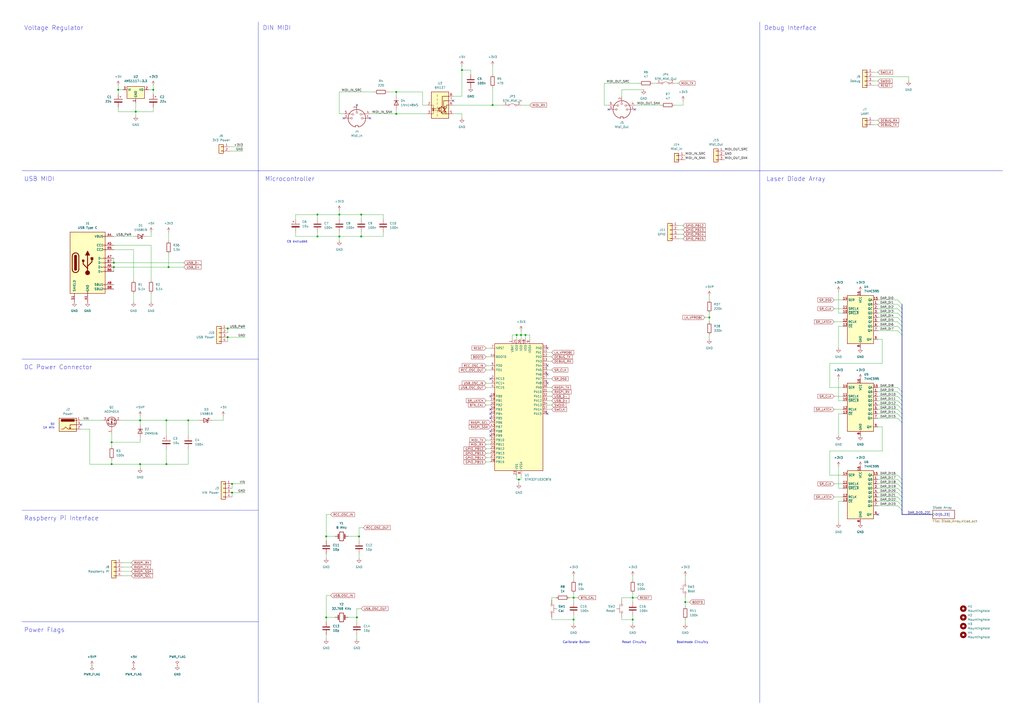
<source format=kicad_sch>
(kicad_sch (version 20231120) (generator "eeschema") (generator_version "8.0")
  (paper "A2")
  (title_block (title "Laser Harp") (date "2024-08-19") (rev "3.1") (company "Schlegel Flegel"))
  (junction (at 189.23 311.15))
  (junction (at 134.62 280.67))
  (junction (at 184.15 137.16))
  (junction (at 332.74 346.71))
  (junction (at 97.79 154.94))
  (junction (at 267.97 40.64))
  (junction (at 332.74 359.41))
  (junction (at 367.03 359.41))
  (junction (at 81.28 269.24))
  (junction (at 66.04 152.4))
  (junction (at 132.08 190.5))
  (junction (at 302.26 194.31))
  (junction (at 209.55 124.46))
  (junction (at 66.04 154.94))
  (junction (at 96.52 269.24))
  (junction (at 397.51 349.25))
  (junction (at 367.03 346.71))
  (junction (at 132.08 195.58))
  (junction (at 64.77 256.54))
  (junction (at 229.87 66.04))
  (junction (at 196.85 124.46))
  (junction (at 300.99 278.13))
  (junction (at 88.9 52.07))
  (junction (at 209.55 137.16))
  (junction (at 229.87 53.34))
  (junction (at 184.15 124.46))
  (junction (at 109.22 243.84))
  (junction (at 299.72 194.31))
  (junction (at 96.52 243.84))
  (junction (at 64.77 269.24))
  (junction (at 411.48 184.15))
  (junction (at 285.75 60.96))
  (junction (at 134.62 285.75))
  (junction (at 81.28 243.84))
  (junction (at 208.28 311.15))
  (junction (at 196.85 137.16))
  (junction (at 78.74 64.77))
  (junction (at 68.58 52.07))
  (junction (at 189.23 358.14))
  (junction (at 304.8 194.31))
  (junction (at 207.01 358.14))
  (no_connect (at 317.5 201.93))
  (no_connect (at 284.48 250.19))
  (no_connect (at 284.48 219.71))
  (no_connect (at 207.01 60.96))
  (no_connect (at 284.48 237.49))
  (no_connect (at 284.48 252.73))
  (no_connect (at 509.27 298.45))
  (no_connect (at 46.99 246.38))
  (no_connect (at 284.48 242.57))
  (no_connect (at 262.89 58.42))
  (no_connect (at 317.5 212.09))
  (no_connect (at 368.3 63.5))
  (no_connect (at 317.5 222.25))
  (no_connect (at 317.5 217.17))
  (no_connect (at 214.63 68.58))
  (no_connect (at 199.39 68.58))
  (no_connect (at 284.48 229.87))
  (no_connect (at 353.06 63.5))
  (no_connect (at 284.48 240.03))
  (no_connect (at 317.5 240.03))
  (bus_entry (at 520.7 181.61) (size 2.54 2.54))
  (bus_entry (at 520.7 224.79) (size 2.54 2.54))
  (bus_entry (at 520.7 290.83) (size 2.54 2.54))
  (bus_entry (at 520.7 191.77) (size 2.54 2.54))
  (bus_entry (at 520.7 176.53) (size 2.54 2.54))
  (bus_entry (at 520.7 184.15) (size 2.54 2.54))
  (bus_entry (at 520.7 186.69) (size 2.54 2.54))
  (bus_entry (at 520.7 179.07) (size 2.54 2.54))
  (bus_entry (at 520.7 275.59) (size 2.54 2.54))
  (bus_entry (at 520.7 227.33) (size 2.54 2.54))
  (bus_entry (at 520.7 285.75) (size 2.54 2.54))
  (bus_entry (at 520.7 229.87) (size 2.54 2.54))
  (bus_entry (at 520.7 240.03) (size 2.54 2.54))
  (bus_entry (at 520.7 283.21) (size 2.54 2.54))
  (bus_entry (at 520.7 234.95) (size 2.54 2.54))
  (bus_entry (at 520.7 232.41) (size 2.54 2.54))
  (bus_entry (at 520.7 173.99) (size 2.54 2.54))
  (bus_entry (at 520.7 278.13) (size 2.54 2.54))
  (bus_entry (at 520.7 242.57) (size 2.54 2.54))
  (bus_entry (at 520.7 237.49) (size 2.54 2.54))
  (bus_entry (at 520.7 280.67) (size 2.54 2.54))
  (bus_entry (at 520.7 288.29) (size 2.54 2.54))
  (bus_entry (at 520.7 189.23) (size 2.54 2.54))
  (bus_entry (at 520.7 293.37) (size 2.54 2.54))
  (bus (pts (xy 523.24 242.57) (xy 523.24 240.03)))
  (polyline (pts (xy 12.7 295.91) (xy 149.86 295.91)))
  (bus (pts (xy 523.24 179.07) (xy 523.24 181.61)))
  (wire (pts (xy 330.2 346.71) (xy 332.74 346.71)))
  (wire (pts (xy 88.9 49.53) (xy 88.9 52.07)))
  (wire (pts (xy 509.27 196.85) (xy 511.81 196.85)))
  (wire (pts (xy 509.27 173.99) (xy 520.7 173.99)))
  (wire (pts (xy 222.25 124.46) (xy 209.55 124.46)))
  (wire (pts (xy 511.81 210.82) (xy 481.33 210.82)))
  (wire (pts (xy 142.24 285.75) (xy 134.62 285.75)))
  (wire (pts (xy 481.33 275.59) (xy 488.95 275.59)))
  (wire (pts (xy 171.45 124.46) (xy 184.15 124.46)))
  (wire (pts (xy 81.28 243.84) (xy 81.28 246.38)))
  (wire (pts (xy 483.87 280.67) (xy 488.95 280.67)))
  (wire (pts (xy 506.73 46.99) (xy 509.27 46.99)))
  (wire (pts (xy 267.97 66.04) (xy 267.97 68.58)))
  (wire (pts (xy 302.26 278.13) (xy 302.26 275.59)))
  (wire (pts (xy 52.07 248.92) (xy 46.99 248.92)))
  (wire (pts (xy 189.23 311.15) (xy 194.31 311.15)))
  (polyline (pts (xy 149.86 99.06) (xy 285.75 99.06)))
  (wire (pts (xy 509.27 186.69) (xy 520.7 186.69)))
  (bus (pts (xy 523.24 280.67) (xy 523.24 283.21)))
  (wire (pts (xy 317.5 237.49) (xy 320.04 237.49)))
  (wire (pts (xy 71.12 326.39) (xy 76.2 326.39)))
  (wire (pts (xy 511.81 261.62) (xy 481.33 261.62)))
  (wire (pts (xy 281.94 207.01) (xy 284.48 207.01)))
  (polyline (pts (xy 149.86 208.28) (xy 149.86 407.67)))
  (bus (pts (xy 523.24 234.95) (xy 523.24 232.41)))
  (wire (pts (xy 332.74 361.95) (xy 332.74 359.41)))
  (wire (pts (xy 285.75 60.96) (xy 292.1 60.96)))
  (wire (pts (xy 307.34 194.31) (xy 304.8 194.31)))
  (wire (pts (xy 81.28 254) (xy 81.28 256.54)))
  (wire (pts (xy 486.41 219.71) (xy 486.41 232.41)))
  (wire (pts (xy 267.97 40.64) (xy 273.05 40.64)))
  (polyline (pts (xy 12.7 360.68) (xy 149.86 360.68)))
  (wire (pts (xy 66.04 137.16) (xy 77.47 137.16)))
  (wire (pts (xy 285.75 38.1) (xy 285.75 43.18)))
  (bus (pts (xy 523.24 240.03) (xy 523.24 237.49)))
  (wire (pts (xy 506.73 41.91) (xy 509.27 41.91)))
  (wire (pts (xy 335.28 346.71) (xy 332.74 346.71)))
  (wire (pts (xy 299.72 194.31) (xy 299.72 196.85)))
  (wire (pts (xy 78.74 59.69) (xy 78.74 64.77)))
  (wire (pts (xy 262.89 66.04) (xy 267.97 66.04)))
  (wire (pts (xy 486.41 201.93) (xy 486.41 189.23)))
  (wire (pts (xy 509.27 293.37) (xy 520.7 293.37)))
  (wire (pts (xy 400.05 349.25) (xy 397.51 349.25)))
  (wire (pts (xy 66.04 149.86) (xy 66.04 152.4)))
  (wire (pts (xy 486.41 252.73) (xy 486.41 240.03)))
  (polyline (pts (xy 12.7 99.06) (xy 149.86 99.06)))
  (bus (pts (xy 523.24 176.53) (xy 523.24 179.07)))
  (wire (pts (xy 411.48 181.61) (xy 411.48 184.15)))
  (wire (pts (xy 52.07 269.24) (xy 52.07 248.92)))
  (wire (pts (xy 302.26 60.96) (xy 307.34 60.96)))
  (wire (pts (xy 81.28 269.24) (xy 81.28 271.78)))
  (wire (pts (xy 81.28 241.3) (xy 81.28 243.84)))
  (bus (pts (xy 523.24 227.33) (xy 523.24 194.31)))
  (wire (pts (xy 171.45 127) (xy 171.45 124.46)))
  (wire (pts (xy 133.35 85.09) (xy 140.97 85.09)))
  (wire (pts (xy 97.79 154.94) (xy 106.68 154.94)))
  (wire (pts (xy 300.99 278.13) (xy 302.26 278.13)))
  (wire (pts (xy 109.22 260.35) (xy 109.22 269.24)))
  (wire (pts (xy 64.77 256.54) (xy 64.77 259.08)))
  (wire (pts (xy 411.48 171.45) (xy 411.48 173.99)))
  (wire (pts (xy 509.27 278.13) (xy 520.7 278.13)))
  (wire (pts (xy 134.62 280.67) (xy 134.62 283.21)))
  (wire (pts (xy 214.63 66.04) (xy 229.87 66.04)))
  (wire (pts (xy 509.27 232.41) (xy 520.7 232.41)))
  (wire (pts (xy 81.28 269.24) (xy 64.77 269.24)))
  (wire (pts (xy 184.15 137.16) (xy 184.15 134.62)))
  (wire (pts (xy 209.55 137.16) (xy 196.85 137.16)))
  (wire (pts (xy 509.27 290.83) (xy 520.7 290.83)))
  (wire (pts (xy 281.94 255.27) (xy 284.48 255.27)))
  (wire (pts (xy 483.87 288.29) (xy 488.95 288.29)))
  (wire (pts (xy 396.24 130.81) (xy 393.7 130.81)))
  (wire (pts (xy 506.73 72.39) (xy 509.27 72.39)))
  (wire (pts (xy 397.51 349.25) (xy 397.51 351.79)))
  (wire (pts (xy 332.74 346.71) (xy 332.74 349.25)))
  (wire (pts (xy 509.27 280.67) (xy 520.7 280.67)))
  (wire (pts (xy 207.01 353.06) (xy 207.01 358.14)))
  (wire (pts (xy 87.63 175.26) (xy 87.63 170.18)))
  (wire (pts (xy 69.85 243.84) (xy 81.28 243.84)))
  (wire (pts (xy 360.68 52.07) (xy 373.38 52.07)))
  (bus (pts (xy 523.24 184.15) (xy 523.24 186.69)))
  (wire (pts (xy 281.94 222.25) (xy 284.48 222.25)))
  (wire (pts (xy 353.06 60.96) (xy 350.52 60.96)))
  (wire (pts (xy 509.27 189.23) (xy 520.7 189.23)))
  (wire (pts (xy 210.82 306.07) (xy 208.28 306.07)))
  (wire (pts (xy 109.22 243.84) (xy 115.57 243.84)))
  (wire (pts (xy 267.97 40.64) (xy 267.97 55.88)))
  (wire (pts (xy 222.25 137.16) (xy 209.55 137.16)))
  (wire (pts (xy 134.62 280.67) (xy 142.24 280.67)))
  (wire (pts (xy 299.72 194.31) (xy 302.26 194.31)))
  (wire (pts (xy 281.94 267.97) (xy 284.48 267.97)))
  (bus (pts (xy 523.24 189.23) (xy 523.24 186.69)))
  (wire (pts (xy 486.41 240.03) (xy 488.95 240.03)))
  (wire (pts (xy 208.28 311.15) (xy 208.28 313.69)))
  (wire (pts (xy 360.68 359.41) (xy 367.03 359.41)))
  (wire (pts (xy 281.94 224.79) (xy 284.48 224.79)))
  (bus (pts (xy 523.24 191.77) (xy 523.24 189.23)))
  (wire (pts (xy 509.27 240.03) (xy 520.7 240.03)))
  (wire (pts (xy 369.57 346.71) (xy 367.03 346.71)))
  (wire (pts (xy 196.85 134.62) (xy 196.85 137.16)))
  (wire (pts (xy 71.12 331.47) (xy 76.2 331.47)))
  (wire (pts (xy 297.18 194.31) (xy 299.72 194.31)))
  (bus (pts (xy 523.24 181.61) (xy 523.24 184.15)))
  (wire (pts (xy 320.04 204.47) (xy 317.5 204.47)))
  (wire (pts (xy 196.85 124.46) (xy 196.85 127)))
  (bus (pts (xy 523.24 290.83) (xy 523.24 293.37)))
  (wire (pts (xy 96.52 243.84) (xy 109.22 243.84)))
  (wire (pts (xy 171.45 137.16) (xy 184.15 137.16)))
  (wire (pts (xy 64.77 269.24) (xy 52.07 269.24)))
  (wire (pts (xy 509.27 285.75) (xy 520.7 285.75)))
  (wire (pts (xy 304.8 194.31) (xy 304.8 196.85)))
  (wire (pts (xy 509.27 288.29) (xy 520.7 288.29)))
  (wire (pts (xy 196.85 137.16) (xy 196.85 139.7)))
  (wire (pts (xy 486.41 270.51) (xy 486.41 283.21)))
  (wire (pts (xy 509.27 242.57) (xy 520.7 242.57)))
  (wire (pts (xy 317.5 214.63) (xy 320.04 214.63)))
  (wire (pts (xy 320.04 347.98) (xy 320.04 346.71)))
  (wire (pts (xy 68.58 64.77) (xy 78.74 64.77)))
  (wire (pts (xy 281.94 260.35) (xy 284.48 260.35)))
  (wire (pts (xy 297.18 194.31) (xy 297.18 196.85)))
  (wire (pts (xy 66.04 144.78) (xy 77.47 144.78)))
  (wire (pts (xy 196.85 137.16) (xy 184.15 137.16)))
  (wire (pts (xy 281.94 232.41) (xy 284.48 232.41)))
  (wire (pts (xy 109.22 252.73) (xy 109.22 243.84)))
  (wire (pts (xy 78.74 64.77) (xy 88.9 64.77)))
  (wire (pts (xy 506.73 49.53) (xy 509.27 49.53)))
  (wire (pts (xy 509.27 237.49) (xy 520.7 237.49)))
  (wire (pts (xy 222.25 134.62) (xy 222.25 137.16)))
  (wire (pts (xy 332.74 356.87) (xy 332.74 359.41)))
  (wire (pts (xy 397.51 334.01) (xy 397.51 336.55)))
  (wire (pts (xy 96.52 252.73) (xy 96.52 243.84)))
  (wire (pts (xy 302.26 191.77) (xy 302.26 194.31)))
  (wire (pts (xy 78.74 64.77) (xy 78.74 67.31)))
  (wire (pts (xy 77.47 144.78) (xy 77.47 162.56)))
  (wire (pts (xy 281.94 214.63) (xy 284.48 214.63)))
  (wire (pts (xy 66.04 154.94) (xy 66.04 157.48)))
  (wire (pts (xy 396.24 138.43) (xy 393.7 138.43)))
  (polyline (pts (xy 285.75 99.06) (xy 440.69 99.06)))
  (wire (pts (xy 171.45 134.62) (xy 171.45 137.16)))
  (wire (pts (xy 208.28 306.07) (xy 208.28 311.15)))
  (wire (pts (xy 408.94 184.15) (xy 411.48 184.15)))
  (wire (pts (xy 96.52 260.35) (xy 96.52 269.24)))
  (wire (pts (xy 509.27 234.95) (xy 520.7 234.95)))
  (wire (pts (xy 483.87 186.69) (xy 488.95 186.69)))
  (wire (pts (xy 320.04 359.41) (xy 332.74 359.41)))
  (polyline (pts (xy 440.69 12.7) (xy 440.69 99.06)))
  (wire (pts (xy 189.23 323.85) (xy 189.23 321.31)))
  (bus (pts (xy 523.24 285.75) (xy 523.24 288.29)))
  (wire (pts (xy 486.41 168.91) (xy 486.41 181.61)))
  (wire (pts (xy 267.97 38.1) (xy 267.97 40.64)))
  (wire (pts (xy 486.41 303.53) (xy 486.41 290.83)))
  (wire (pts (xy 132.08 195.58) (xy 132.08 198.12)))
  (bus (pts (xy 523.24 229.87) (xy 523.24 227.33)))
  (wire (pts (xy 350.52 48.26) (xy 370.84 48.26)))
  (wire (pts (xy 191.77 298.45) (xy 189.23 298.45)))
  (bus (pts (xy 523.24 295.91) (xy 523.24 298.45)))
  (wire (pts (xy 68.58 49.53) (xy 68.58 52.07)))
  (wire (pts (xy 509.27 275.59) (xy 520.7 275.59)))
  (wire (pts (xy 46.99 243.84) (xy 59.69 243.84)))
  (bus (pts (xy 523.24 288.29) (xy 523.24 290.83)))
  (wire (pts (xy 411.48 196.85) (xy 411.48 194.31)))
  (wire (pts (xy 481.33 210.82) (xy 481.33 224.79)))
  (wire (pts (xy 317.5 207.01) (xy 320.04 207.01)))
  (wire (pts (xy 509.27 229.87) (xy 520.7 229.87)))
  (polyline (pts (xy 149.86 99.06) (xy 149.86 12.7)))
  (wire (pts (xy 134.62 285.75) (xy 134.62 288.29)))
  (wire (pts (xy 68.58 52.07) (xy 68.58 54.61)))
  (wire (pts (xy 81.28 256.54) (xy 64.77 256.54)))
  (wire (pts (xy 360.68 359.41) (xy 360.68 358.14)))
  (wire (pts (xy 332.74 344.17) (xy 332.74 346.71)))
  (wire (pts (xy 222.25 127) (xy 222.25 124.46)))
  (wire (pts (xy 71.12 52.07) (xy 68.58 52.07)))
  (wire (pts (xy 281.94 212.09) (xy 284.48 212.09)))
  (wire (pts (xy 88.9 62.23) (xy 88.9 64.77)))
  (wire (pts (xy 511.81 247.65) (xy 511.81 261.62)))
  (wire (pts (xy 509.27 227.33) (xy 520.7 227.33)))
  (wire (pts (xy 77.47 175.26) (xy 77.47 170.18)))
  (wire (pts (xy 196.85 121.92) (xy 196.85 124.46)))
  (bus (pts (xy 523.24 283.21) (xy 523.24 285.75)))
  (wire (pts (xy 320.04 229.87) (xy 317.5 229.87)))
  (wire (pts (xy 299.72 278.13) (xy 300.99 278.13)))
  (wire (pts (xy 317.5 227.33) (xy 320.04 227.33)))
  (wire (pts (xy 360.68 55.88) (xy 360.68 52.07)))
  (wire (pts (xy 129.54 241.3) (xy 129.54 243.84)))
  (wire (pts (xy 300.99 278.13) (xy 300.99 280.67)))
  (wire (pts (xy 396.24 135.89) (xy 393.7 135.89)))
  (wire (pts (xy 224.79 53.34) (xy 229.87 53.34)))
  (wire (pts (xy 509.27 69.85) (xy 506.73 69.85)))
  (wire (pts (xy 189.23 345.44) (xy 189.23 358.14)))
  (wire (pts (xy 132.08 190.5) (xy 132.08 193.04)))
  (wire (pts (xy 189.23 298.45) (xy 189.23 311.15)))
  (wire (pts (xy 64.77 266.7) (xy 64.77 269.24)))
  (wire (pts (xy 184.15 124.46) (xy 184.15 127)))
  (wire (pts (xy 81.28 243.84) (xy 96.52 243.84)))
  (wire (pts (xy 209.55 353.06) (xy 207.01 353.06)))
  (wire (pts (xy 299.72 275.59) (xy 299.72 278.13)))
  (wire (pts (xy 209.55 124.46) (xy 196.85 124.46)))
  (bus (pts (xy 523.24 278.13) (xy 523.24 245.11)))
  (wire (pts (xy 509.27 191.77) (xy 520.7 191.77)))
  (wire (pts (xy 97.79 134.62) (xy 97.79 139.7)))
  (wire (pts (xy 109.22 269.24) (xy 96.52 269.24)))
  (wire (pts (xy 191.77 345.44) (xy 189.23 345.44)))
  (wire (pts (xy 189.23 311.15) (xy 189.23 313.69)))
  (wire (pts (xy 391.16 48.26) (xy 393.7 48.26)))
  (wire (pts (xy 367.03 346.71) (xy 367.03 349.25)))
  (wire (pts (xy 360.68 347.98) (xy 360.68 346.71)))
  (wire (pts (xy 66.04 154.94) (xy 97.79 154.94)))
  (wire (pts (xy 262.89 60.96) (xy 285.75 60.96)))
  (wire (pts (xy 360.68 346.71) (xy 367.03 346.71)))
  (wire (pts (xy 229.87 53.34) (xy 229.87 55.88)))
  (wire (pts (xy 397.51 361.95) (xy 397.51 359.41)))
  (wire (pts (xy 481.33 224.79) (xy 488.95 224.79)))
  (bus (pts (xy 523.24 293.37) (xy 523.24 295.91)))
  (wire (pts (xy 196.85 124.46) (xy 184.15 124.46)))
  (wire (pts (xy 209.55 124.46) (xy 209.55 127)))
  (wire (pts (xy 486.41 283.21) (xy 488.95 283.21)))
  (wire (pts (xy 132.08 190.5) (xy 142.24 190.5)))
  (wire (pts (xy 332.74 334.01) (xy 332.74 336.55)))
  (wire (pts (xy 509.27 176.53) (xy 520.7 176.53)))
  (wire (pts (xy 87.63 142.24) (xy 87.63 162.56)))
  (wire (pts (xy 320.04 232.41) (xy 317.5 232.41)))
  (wire (pts (xy 302.26 194.31) (xy 304.8 194.31)))
  (wire (pts (xy 509.27 179.07) (xy 520.7 179.07)))
  (wire (pts (xy 96.52 269.24) (xy 81.28 269.24)))
  (wire (pts (xy 486.41 232.41) (xy 488.95 232.41)))
  (wire (pts (xy 307.34 194.31) (xy 307.34 196.85)))
  (wire (pts (xy 317.5 219.71) (xy 320.04 219.71)))
  (polyline (pts (xy 149.86 208.28) (xy 12.7 208.28)))
  (wire (pts (xy 209.55 134.62) (xy 209.55 137.16)))
  (wire (pts (xy 367.03 334.01) (xy 367.03 336.55)))
  (wire (pts (xy 189.23 358.14) (xy 189.23 360.68)))
  (wire (pts (xy 207.01 370.84) (xy 207.01 368.3)))
  (wire (pts (xy 71.12 328.93) (xy 76.2 328.93)))
  (wire (pts (xy 486.41 290.83) (xy 488.95 290.83)))
  (bus (pts (xy 523.24 232.41) (xy 523.24 229.87)))
  (wire (pts (xy 302.26 194.31) (xy 302.26 196.85)))
  (wire (pts (xy 483.87 179.07) (xy 488.95 179.07)))
  (wire (pts (xy 527.05 46.99) (xy 527.05 44.45)))
  (wire (pts (xy 88.9 52.07) (xy 88.9 54.61)))
  (wire (pts (xy 196.85 53.34) (xy 217.17 53.34)))
  (wire (pts (xy 189.23 370.84) (xy 189.23 368.3)))
  (wire (pts (xy 142.24 195.58) (xy 132.08 195.58)))
  (wire (pts (xy 483.87 173.99) (xy 488.95 173.99)))
  (wire (pts (xy 391.16 60.96) (xy 396.24 60.96)))
  (bus (pts (xy 523.24 298.45) (xy 541.02 298.45)))
  (wire (pts (xy 281.94 265.43) (xy 284.48 265.43)))
  (wire (pts (xy 207.01 358.14) (xy 207.01 360.68)))
  (wire (pts (xy 281.94 201.93) (xy 284.48 201.93)))
  (wire (pts (xy 123.19 243.84) (xy 129.54 243.84)))
  (wire (pts (xy 66.04 152.4) (xy 106.68 152.4)))
  (wire (pts (xy 509.27 247.65) (xy 511.81 247.65)))
  (wire (pts (xy 509.27 224.79) (xy 520.7 224.79)))
  (wire (pts (xy 229.87 53.34) (xy 245.11 53.34)))
  (wire (pts (xy 71.12 334.01) (xy 76.2 334.01)))
  (bus (pts (xy 523.24 194.31) (xy 523.24 191.77)))
  (wire (pts (xy 320.04 359.41) (xy 320.04 358.14)))
  (wire (pts (xy 229.87 63.5) (xy 229.87 66.04)))
  (wire (pts (xy 281.94 262.89) (xy 284.48 262.89)))
  (wire (pts (xy 486.41 181.61) (xy 488.95 181.61)))
  (wire (pts (xy 140.97 87.63) (xy 133.35 87.63)))
  (wire (pts (xy 97.79 147.32) (xy 97.79 154.94)))
  (wire (pts (xy 506.73 44.45) (xy 527.05 44.45)))
  (wire (pts (xy 189.23 358.14) (xy 194.31 358.14)))
  (wire (pts (xy 66.04 142.24) (xy 87.63 142.24)))
  (wire (pts (xy 509.27 283.21) (xy 520.7 283.21)))
  (wire (pts (xy 481.33 261.62) (xy 481.33 275.59)))
  (wire (pts (xy 509.27 184.15) (xy 520.7 184.15)))
  (wire (pts (xy 396.24 133.35) (xy 393.7 133.35)))
  (wire (pts (xy 208.28 323.85) (xy 208.28 321.31)))
  (wire (pts (xy 262.89 55.88) (xy 267.97 55.88)))
  (wire (pts (xy 378.46 48.26) (xy 381 48.26)))
  (bus (pts (xy 523.24 278.13) (xy 523.24 280.67)))
  (wire (pts (xy 350.52 60.96) (xy 350.52 48.26)))
  (wire (pts (xy 86.36 52.07) (xy 88.9 52.07)))
  (wire (pts (xy 367.03 356.87) (xy 367.03 359.41)))
  (polyline (pts (xy 440.69 407.67) (xy 440.69 99.06)))
  (bus (pts (xy 523.24 245.11) (xy 523.24 242.57)))
  (wire (pts (xy 245.11 53.34) (xy 245.11 60.96)))
  (wire (pts (xy 509.27 181.61) (xy 520.7 181.61)))
  (wire (pts (xy 317.5 209.55) (xy 320.04 209.55)))
  (bus (pts (xy 523.24 237.49) (xy 523.24 234.95)))
  (wire (pts (xy 68.58 62.23) (xy 68.58 64.77)))
  (wire (pts (xy 367.03 361.95) (xy 367.03 359.41)))
  (wire (pts (xy 229.87 66.04) (xy 247.65 66.04)))
  (wire (pts (xy 196.85 66.04) (xy 196.85 53.34)))
  (wire (pts (xy 397.51 346.71) (xy 397.51 349.25)))
  (wire (pts (xy 317.5 234.95) (xy 320.04 234.95)))
  (wire (pts (xy 285.75 60.96) (xy 285.75 50.8)))
  (wire (pts (xy 245.11 60.96) (xy 247.65 60.96)))
  (wire (pts (xy 199.39 66.04) (xy 196.85 66.04)))
  (wire (pts (xy 201.93 358.14) (xy 207.01 358.14)))
  (wire (pts (xy 411.48 184.15) (xy 411.48 186.69)))
  (wire (pts (xy 281.94 234.95) (xy 284.48 234.95)))
  (wire (pts (xy 273.05 43.18) (xy 273.05 40.64)))
  (wire (pts (xy 396.24 60.96) (xy 396.24 58.42)))
  (wire (pts (xy 87.63 134.62) (xy 87.63 137.16)))
  (wire (pts (xy 201.93 311.15) (xy 208.28 311.15)))
  (wire (pts (xy 483.87 237.49) (xy 488.95 237.49)))
  (wire (pts (xy 367.03 344.17) (xy 367.03 346.71)))
  (wire (pts (xy 64.77 251.46) (xy 64.77 256.54)))
  (wire (pts (xy 320.04 346.71) (xy 322.58 346.71)))
  (wire (pts (xy 281.94 257.81) (xy 284.48 257.81)))
  (wire (pts (xy 483.87 229.87) (xy 488.95 229.87)))
  (wire (pts (xy 317.5 224.79) (xy 320.04 224.79)))
  (wire (pts (xy 368.3 60.96) (xy 383.54 60.96)))
  (polyline (pts (xy 440.69 99.06) (xy 581.66 99.06)))
  (wire (pts (xy 486.41 189.23) (xy 488.95 189.23)))
  (polyline (pts (xy 149.86 99.06) (xy 149.86 208.28)))
  (wire (pts (xy 511.81 196.85) (xy 511.81 210.82)))
  (wire (pts (xy 85.09 137.16) (xy 87.63 137.16)))
  (text "Debug Interface" (at 443.23 17.78 0) (effects (font (size 2.54 2.54)) (justify left bottom)))
  (text "Microcontroller" (at 153.67 105.41 0) (effects (font (size 2.54 2.54)) (justify left bottom)))
  (text "5V\n1A min" (at 31.75 248.92 0) (effects (font (size 1.27 1.27)) (justify right bottom)))
  (text "DIN MIDI" (at 152.4 17.78 0) (effects (font (size 2.54 2.54)) (justify left bottom)))
  (text "C6 excluded" (at 166.37 140.97 0) (effects (font (size 1.27 1.27)) (justify left bottom)))
  (text "Raspberry Pi Interface" (at 13.97 302.26 0) (effects (font (size 2.54 2.54)) (justify left bottom)))
  (text "Calibrate Button" (at 326.39 373.38 0) (effects (font (size 1.27 1.27)) (justify left bottom)))
  (text "Bootmode Circuitry" (at 392.43 373.38 0) (effects (font (size 1.27 1.27)) (justify left bottom)))
  (text "Laser Diode Array" (at 444.5 105.41 0) (effects (font (size 2.54 2.54)) (justify left bottom)))
  (text "Reset Circuitry" (at 360.68 373.38 0) (effects (font (size 1.27 1.27)) (justify left bottom)))
  (text "USB MIDI" (at 13.97 105.41 0) (effects (font (size 2.54 2.54)) (justify left bottom)))
  (text "Power Flags" (at 13.97 367.03 0) (effects (font (size 2.54 2.54)) (justify left bottom)))
  (text "Voltage Regulator" (at 13.97 17.78 0) (effects (font (size 2.54 2.54)) (justify left bottom)))
  (text "DC Power Connector" (at 13.97 214.63 0) (effects (font (size 2.54 2.54)) (justify left bottom)))
  (label "MIDI_OUT_SNK" (at 420.37 92.71 0))
  (label "MIDI_IN_SRC" (at 198.12 53.34 0))
  (label "DAR_DI4" (at 510.54 184.15 0))
  (label "DAR_DI19" (at 510.54 283.21 0))
  (label "DAR_DI18" (at 510.54 280.67 0))
  (label "DAR_DI9" (at 510.54 227.33 0))
  (label "DAR_DI8" (at 510.54 224.79 0))
  (label "GND" (at 142.24 195.58 180))
  (label "DAR_DI10" (at 510.54 229.87 0))
  (label "DAR_DI20" (at 510.54 285.75 0))
  (label "GND" (at 142.24 285.75 180))
  (label "MIDI_IN_SRC" (at 397.51 90.17 0))
  (label "DAR_DI12" (at 510.54 234.95 0))
  (label "DAR_DI14" (at 510.54 240.03 0))
  (label "DAR_DI21" (at 510.54 288.29 0))
  (label "+3V3" (at 140.97 85.09 180))
  (label "DAR_DI17" (at 510.54 278.13 0))
  (label "VIN" (at 142.24 280.67 180))
  (label "DAR_DI15" (at 510.54 242.57 0))
  (label "MIDI_OUT_SRC" (at 420.37 87.63 0))
  (label "DAR_DI11" (at 510.54 232.41 0))
  (label "DAR_DI3" (at 510.54 181.61 0))
  (label "DAR_DI23" (at 510.54 293.37 0))
  (label "GND" (at 140.97 87.63 180))
  (label "DAR_DI22" (at 510.54 290.83 0))
  (label "DAR_DI5" (at 510.54 186.69 0))
  (label "MIDI_OUT_SRC" (at 351.79 48.26 0))
  (label "DAR_DI13" (at 510.54 237.49 0))
  (label "DAR_DI16" (at 510.54 275.59 0))
  (label "USB_PWR" (at 142.24 190.5 180))
  (label "USB_PWR" (at 67.31 137.16 0))
  (label "DAR_DI2" (at 510.54 179.07 0))
  (label "MIDI_IN_SNK" (at 215.9 66.04 0))
  (label "DAR_DI[0..23]" (at 539.75 298.45 180))
  (label "DAR_DI1" (at 510.54 176.53 0))
  (label "MIDI_IN_SNK" (at 397.51 92.71 0))
  (label "VIN" (at 48.26 243.84 0))
  (label "DAR_DI0" (at 510.54 173.99 0))
  (label "DAR_DI7" (at 510.54 191.77 0))
  (label "DAR_DI6" (at 510.54 189.23 0))
  (label "GND" (at 420.37 90.17 0))
  (label "MIDI_OUT_SNK" (at 369.57 60.96 0))
  (global_label "GPIO_PB12" (shape input) (at 281.94 260.35 180) (property "Intersheetrefs" "${INTERSHEET_REFS}" (effects (hide yes))))
  (global_label "GPIO_PB14" (shape input) (at 396.24 135.89 0) (property "Intersheetrefs" "${INTERSHEET_REFS}" (effects (hide yes))))
  (global_label "SWDIO" (shape input) (at 509.27 46.99 0) (property "Intersheetrefs" "${INTERSHEET_REFS}" (effects (hide yes))))
  (global_label "RASPI_SCL" (shape input) (at 284.48 245.11 180) (property "Intersheetrefs" "${INTERSHEET_REFS}" (effects (hide yes))))
  (global_label "SR_CLK" (shape input) (at 320.04 214.63 0) (property "Intersheetrefs" "${INTERSHEET_REFS}" (effects (hide yes))))
  (global_label "MIDI_RX" (shape input) (at 307.34 60.96 0) (property "Intersheetrefs" "${INTERSHEET_REFS}" (effects (hide yes))))
  (global_label "RESET" (shape input) (at 509.27 49.53 0) (property "Intersheetrefs" "${INTERSHEET_REFS}" (effects (hide yes))))
  (global_label "SR_LATCH" (shape input) (at 483.87 186.69 180) (property "Intersheetrefs" "${INTERSHEET_REFS}" (effects (hide yes))))
  (global_label "RESET" (shape input) (at 369.57 346.71 0) (property "Intersheetrefs" "${INTERSHEET_REFS}" (effects (hide yes))))
  (global_label "GPIO_PB15" (shape input) (at 281.94 267.97 180) (property "Intersheetrefs" "${INTERSHEET_REFS}" (effects (hide yes))))
  (global_label "RASPI_SCL" (shape input) (at 76.2 334.01 0) (property "Intersheetrefs" "${INTERSHEET_REFS}" (effects (hide yes))))
  (global_label "LA_VPROBE" (shape input) (at 320.04 204.47 0) (property "Intersheetrefs" "${INTERSHEET_REFS}" (effects (hide yes))))
  (global_label "DEBUG_RX" (shape input) (at 509.27 69.85 0) (property "Intersheetrefs" "${INTERSHEET_REFS}" (effects (hide yes))))
  (global_label "BOOT0" (shape input) (at 400.05 349.25 0) (property "Intersheetrefs" "${INTERSHEET_REFS}" (effects (hide yes))))
  (global_label "RCC_OSC_OUT" (shape input) (at 281.94 214.63 180) (property "Intersheetrefs" "${INTERSHEET_REFS}" (effects (hide yes))))
  (global_label "BTN_CAL" (shape input) (at 335.28 346.71 0) (property "Intersheetrefs" "${INTERSHEET_REFS}" (effects (hide yes))))
  (global_label "RASPI_SDA" (shape input) (at 76.2 331.47 0) (property "Intersheetrefs" "${INTERSHEET_REFS}" (effects (hide yes))))
  (global_label "SR_CLK" (shape input) (at 483.87 229.87 180) (property "Intersheetrefs" "${INTERSHEET_REFS}" (effects (hide yes))))
  (global_label "RASPI_RX" (shape input) (at 76.2 326.39 0) (property "Intersheetrefs" "${INTERSHEET_REFS}" (effects (hide yes))))
  (global_label "RASPI_SDA" (shape input) (at 284.48 247.65 180) (property "Intersheetrefs" "${INTERSHEET_REFS}" (effects (hide yes))))
  (global_label "SR_DS0" (shape input) (at 320.04 219.71 0) (property "Intersheetrefs" "${INTERSHEET_REFS}" (effects (hide yes))))
  (global_label "USB_D+" (shape input) (at 106.68 154.94 0) (property "Intersheetrefs" "${INTERSHEET_REFS}" (effects (hide yes))))
  (global_label "MIDI_TX" (shape input) (at 281.94 255.27 180) (property "Intersheetrefs" "${INTERSHEET_REFS}" (effects (hide yes))))
  (global_label "RASPI_TX" (shape input) (at 320.04 224.79 0) (property "Intersheetrefs" "${INTERSHEET_REFS}" (effects (hide yes))))
  (global_label "LA_VPROBE" (shape input) (at 408.94 184.15 180) (property "Intersheetrefs" "${INTERSHEET_REFS}" (effects (hide yes))))
  (global_label "RCC_OSC_IN" (shape input) (at 191.77 298.45 0) (property "Intersheetrefs" "${INTERSHEET_REFS}" (effects (hide yes))))
  (global_label "BTN_CAL" (shape input) (at 281.94 234.95 180) (property "Intersheetrefs" "${INTERSHEET_REFS}" (effects (hide yes))))
  (global_label "RESET" (shape input) (at 281.94 201.93 180) (property "Intersheetrefs" "${INTERSHEET_REFS}" (effects (hide yes))))
  (global_label "SR_LATCH" (shape input) (at 483.87 288.29 180) (property "Intersheetrefs" "${INTERSHEET_REFS}" (effects (hide yes))))
  (global_label "DEBUG_TX" (shape input) (at 320.04 207.01 0) (property "Intersheetrefs" "${INTERSHEET_REFS}" (effects (hide yes))))
  (global_label "DEBUG_TX" (shape input) (at 509.27 72.39 0) (property "Intersheetrefs" "${INTERSHEET_REFS}" (effects (hide yes))))
  (global_label "RASPI_TX" (shape input) (at 76.2 328.93 0) (property "Intersheetrefs" "${INTERSHEET_REFS}" (effects (hide yes))))
  (global_label "SWDIO" (shape input) (at 320.04 234.95 0) (property "Intersheetrefs" "${INTERSHEET_REFS}" (effects (hide yes))))
  (global_label "MIDI_RX" (shape input) (at 281.94 257.81 180) (property "Intersheetrefs" "${INTERSHEET_REFS}" (effects (hide yes))))
  (global_label "MIDI_TX" (shape input) (at 393.7 48.26 0) (property "Intersheetrefs" "${INTERSHEET_REFS}" (effects (hide yes))))
  (global_label "GPIO_PB15" (shape input) (at 396.24 138.43 0) (property "Intersheetrefs" "${INTERSHEET_REFS}" (effects (hide yes))))
  (global_label "SWCLK" (shape input) (at 320.04 237.49 0) (property "Intersheetrefs" "${INTERSHEET_REFS}" (effects (hide yes))))
  (global_label "BOOT0" (shape input) (at 281.94 207.01 180) (property "Intersheetrefs" "${INTERSHEET_REFS}" (effects (hide yes))))
  (global_label "RASPI_RX" (shape input) (at 320.04 227.33 0) (property "Intersheetrefs" "${INTERSHEET_REFS}" (effects (hide yes))))
  (global_label "SR_LATCH" (shape input) (at 483.87 237.49 180) (property "Intersheetrefs" "${INTERSHEET_REFS}" (effects (hide yes))))
  (global_label "SWCLK" (shape input) (at 509.27 41.91 0) (property "Intersheetrefs" "${INTERSHEET_REFS}" (effects (hide yes))))
  (global_label "USB_D+" (shape input) (at 320.04 232.41 0) (property "Intersheetrefs" "${INTERSHEET_REFS}" (effects (hide yes))))
  (global_label "DEBUG_RX" (shape input) (at 320.04 209.55 0) (property "Intersheetrefs" "${INTERSHEET_REFS}" (effects (hide yes))))
  (global_label "SR_DS0" (shape input) (at 483.87 173.99 180) (property "Intersheetrefs" "${INTERSHEET_REFS}" (effects (hide yes))))
  (global_label "RCC_OSC_OUT" (shape input) (at 210.82 306.07 0) (property "Intersheetrefs" "${INTERSHEET_REFS}" (effects (hide yes))))
  (global_label "GPIO_PB13" (shape input) (at 396.24 133.35 0) (property "Intersheetrefs" "${INTERSHEET_REFS}" (effects (hide yes))))
  (global_label "USB_OSC_OUT" (shape input) (at 281.94 224.79 180) (property "Intersheetrefs" "${INTERSHEET_REFS}" (effects (hide yes))))
  (global_label "SR_LATCH" (shape input) (at 281.94 232.41 180) (property "Intersheetrefs" "${INTERSHEET_REFS}" (effects (hide yes))))
  (global_label "SR_CLK" (shape input) (at 483.87 280.67 180) (property "Intersheetrefs" "${INTERSHEET_REFS}" (effects (hide yes))))
  (global_label "USB_D-" (shape input) (at 106.68 152.4 0) (property "Intersheetrefs" "${INTERSHEET_REFS}" (effects (hide yes))))
  (global_label "RCC_OSC_IN" (shape input) (at 281.94 212.09 180) (property "Intersheetrefs" "${INTERSHEET_REFS}" (effects (hide yes))))
  (global_label "USB_OSC_OUT" (shape input) (at 209.55 353.06 0) (property "Intersheetrefs" "${INTERSHEET_REFS}" (effects (hide yes))))
  (global_label "GPIO_PB14" (shape input) (at 281.94 265.43 180) (property "Intersheetrefs" "${INTERSHEET_REFS}" (effects (hide yes))))
  (global_label "USB_D-" (shape input) (at 320.04 229.87 0) (property "Intersheetrefs" "${INTERSHEET_REFS}" (effects (hide yes))))
  (global_label "GPIO_PB12" (shape input) (at 396.24 130.81 0) (property "Intersheetrefs" "${INTERSHEET_REFS}" (effects (hide yes))))
  (global_label "SR_CLK" (shape input) (at 483.87 179.07 180) (property "Intersheetrefs" "${INTERSHEET_REFS}" (effects (hide yes))))
  (global_label "USB_OSC_IN" (shape input) (at 281.94 222.25 180) (property "Intersheetrefs" "${INTERSHEET_REFS}" (effects (hide yes))))
  (global_label "USB_OSC_IN" (shape input) (at 191.77 345.44 0) (property "Intersheetrefs" "${INTERSHEET_REFS}" (effects (hide yes))))
  (global_label "GPIO_PB13" (shape input) (at 281.94 262.89 180) (property "Intersheetrefs" "${INTERSHEET_REFS}" (effects (hide yes))))
  (symbol (lib_id "power:+3.3V") (at 302.26 191.77 0) (unit 1)
    (property "Reference" "#PWR0143" (effects (hide yes)))
    (property "Value" "+3V3" (at 302.26 186.69 0))
    (property "Description" "Power symbol creates a global label with name \"+3.3V\"" (effects (hide yes)))
  )
  (symbol (lib_id "power:GND") (at 367.03 361.95 0) (unit 1)
    (property "Reference" "#PWR0149" (effects (hide yes)))
    (property "Value" "GND" (at 367.03 367.03 0))
    (property "Description" "Power symbol creates a global label with name \"GND\" , ground" (effects (hide yes)))
  )
  (symbol (lib_id "power:GND") (at 208.28 323.85 0) (unit 1)
    (property "Reference" "#PWR0142" (effects (hide yes)))
    (property "Value" "GND" (at 208.28 328.93 0))
    (property "Description" "Power symbol creates a global label with name \"GND\" , ground" (effects (hide yes)))
  )
  (symbol (lib_id "Device:C") (at 222.25 130.81 0) (unit 1)
    (property "Reference" "C10" (at 226.06 129.5399 0) (effects (justify left)))
    (property "Value" "100n" (at 226.06 132.0799 0) (effects (justify left)))
    (property "Footprint" "Capacitor_SMD:C_0603_1608Metric" (effects (hide yes)))
    (property "LCSC" "C14663" (effects (hide yes)))
  )
  (symbol (lib_id "Device:C_Polarized") (at 171.45 130.81 0) (unit 1) (on_board no)
    (property "Reference" "C6" (at 175.26 128.6509 0) (effects (justify left)))
    (property "Value" "10u" (at 175.26 131.1909 0) (effects (justify left)))
    (property "Footprint" "Capacitor_THT:C_Radial_D6.3mm_H5.0mm_P2.50mm" (effects (hide yes)))
  )
  (symbol (lib_id "Diode:1N5819") (at 81.28 137.16 0) (mirror y) (unit 1)
    (property "Reference" "D1" (at 81.5975 130.81 0))
    (property "Value" "1N5819" (at 81.5975 133.35 0))
    (property "Footprint" "Diode_SMD:D_SOD-323" (effects (hide yes)))
    (property "Datasheet" "http://www.vishay.com/docs/88525/1n5817.pdf" (effects (hide yes)))
    (property "LCSC" "C191023" (effects (hide yes)))
  )
  (symbol (lib_id "Device:R") (at 411.48 177.8 0) (unit 1)
    (property "Reference" "R37" (at 414.02 176.5299 0) (effects (justify left)))
    (property "Value" "220k" (at 414.02 179.0699 0) (effects (justify left)))
    (property "Footprint" "Resistor_SMD:R_0603_1608Metric" (effects (hide yes)))
    (property "LCSC" "C22961" (effects (hide yes)))
  )
  (symbol (lib_id "power:+5V") (at 87.63 134.62 0) (unit 1)
    (property "Reference" "#PWR0121" (effects (hide yes)))
    (property "Value" "+5V" (at 87.63 129.54 0))
    (property "Description" "Power symbol creates a global label with name \"+5V\"" (effects (hide yes)))
  )
  (symbol (lib_id "Diode:1N4148WS") (at 229.87 59.69 270) (unit 1)
    (property "Reference" "D4" (at 232.41 58.4199 90) (effects (justify left)))
    (property "Value" "1N4148WS" (at 232.41 60.9599 90) (effects (justify left)))
    (property "Footprint" "Diode_SMD:D_SOD-323" (effects (hide yes)))
    (property "Datasheet" "https://www.vishay.com/docs/85751/1n4148ws.pdf" (effects (hide yes)))
    (property "Description" "75V 0.15A Fast switching Diode, SOD-323" (effects (hide yes)))
    (property "LCSC" "C2128" (effects (hide yes)))
    (property "Sim.Device" "D" (effects (hide yes)))
    (property "Sim.Pins" "1=K 2=A" (effects (hide yes)))
  )
  (symbol (lib_id "power:GND") (at 78.74 67.31 0) (unit 1)
    (property "Reference" "#PWR0131" (effects (hide yes)))
    (property "Value" "GND" (at 78.74 72.39 0))
    (property "Description" "Power symbol creates a global label with name \"GND\" , ground" (effects (hide yes)))
  )
  (symbol (lib_id "Midi_Connector:DIN-5_180degree_MountingPin") (at 207.01 68.58 0) (mirror y) (unit 1)
    (property "Reference" "J4" (at 207.0099 76.2 0))
    (property "Value" "Midi_In" (at 207.0099 78.74 0))
    (property "Footprint" "w_conn_av:din-5" (effects (hide yes)))
    (property "Datasheet" "http://www.mouser.com/ds/2/18/40_c091_abd_e-75918.pdf" (effects (hide yes)))
  )
  (symbol (lib_id "Device:C") (at 109.22 256.54 0) (unit 1)
    (property "Reference" "C4" (at 113.03 255.2699 0) (effects (justify left)))
    (property "Value" "100n" (at 113.03 257.8099 0) (effects (justify left)))
    (property "Footprint" "Capacitor_SMD:C_0603_1608Metric" (effects (hide yes)))
    (property "LCSC" "C14663" (effects (hide yes)))
  )
  (symbol (lib_id "Device:R") (at 87.63 166.37 0) (unit 1)
    (property "Reference" "R2" (at 90.17 165.0999 0) (effects (justify left)))
    (property "Value" "5.1k" (at 90.17 167.6399 0) (effects (justify left)))
    (property "Footprint" "Resistor_SMD:R_0603_1608Metric" (effects (hide yes)))
    (property "LCSC" "C23186" (effects (hide yes)))
  )
  (symbol (lib_id "power:+3.3V") (at 397.51 334.01 0) (unit 1)
    (property "Reference" "#PWR0145" (effects (hide yes)))
    (property "Value" "+3V3" (at 397.51 328.93 0))
    (property "Description" "Power symbol creates a global label with name \"+3.3V\"" (effects (hide yes)))
  )
  (symbol (lib_id "Device:C") (at 189.23 317.5 0) (unit 1)
    (property "Reference" "C11" (at 193.04 316.2299 0) (effects (justify left)))
    (property "Value" "10p" (at 193.04 318.7699 0) (effects (justify left)))
    (property "Footprint" "Capacitor_SMD:C_0603_1608Metric" (effects (hide yes)))
    (property "LCSC" "C1634" (effects (hide yes)))
  )
  (symbol (lib_id "74xx:74HC595") (at 499.11 234.95 0) (unit 1)
    (property "Reference" "U5" (at 501.1294 217.17 0) (effects (justify left)))
    (property "Value" "74HC595" (at 501.1294 219.71 0) (effects (justify left)))
    (property "Footprint" "Package_SO:SO-16_3.9x9.9mm_P1.27mm" (effects (hide yes)))
    (property "Datasheet" "http://www.ti.com/lit/ds/symlink/sn74hc595.pdf" (effects (hide yes)))
    (property "LCSC" "C5947" (effects (hide yes)))
  )
  (symbol (lib_id "Jumper:Jumper_2_Bridged") (at 297.18 60.96 0) (unit 1)
    (property "Reference" "JP3" (at 297.18 55.88 0))
    (property "Value" "STM_Midi_In" (at 297.18 58.42 0))
    (property "Footprint" "Connector_PinHeader_2.54mm:PinHeader_1x02_P2.54mm_Vertical" (effects (hide yes)))
    (property "Description" "Jumper, 2-pole, closed/bridged" (effects (hide yes)))
  )
  (symbol (lib_id "power:PWR_FLAG") (at 77.47 386.08 0) (mirror x) (unit 1)
    (property "Reference" "#FLG0102" (effects (hide yes)))
    (property "Value" "PWR_FLAG" (at 77.47 391.16 0))
    (property "Description" "Special symbol for telling ERC where power comes from" (effects (hide yes)))
  )
  (symbol (lib_id "Device:C") (at 273.05 46.99 0) (unit 1)
    (property "Reference" "C5" (at 276.86 45.7199 0) (effects (justify left)))
    (property "Value" "100n" (at 276.86 48.2599 0) (effects (justify left)))
    (property "Footprint" "Capacitor_SMD:C_0603_1608Metric" (effects (hide yes)))
    (property "LCSC" "C14663" (effects (hide yes)))
  )
  (symbol (lib_id "Midi_Connector:DIN-5_180degree_MountingPin") (at 360.68 63.5 0) (mirror y) (unit 1)
    (property "Reference" "J5" (at 360.6799 71.12 0))
    (property "Value" "Midi_Out" (at 360.6799 73.66 0))
    (property "Footprint" "w_conn_av:din-5" (effects (hide yes)))
    (property "Datasheet" "http://www.mouser.com/ds/2/18/40_c091_abd_e-75918.pdf" (effects (hide yes)))
  )
  (symbol (lib_id "power:GND") (at 499.11 303.53 0) (unit 1)
    (property "Reference" "#PWR0107" (effects (hide yes)))
    (property "Value" "GND" (at 499.11 308.61 0))
    (property "Description" "Power symbol creates a global label with name \"GND\" , ground" (effects (hide yes)))
  )
  (symbol (lib_id "Connector:USB_C_Receptacle_USB2.0_16P") (at 50.8 152.4 0) (unit 1)
    (property "Reference" "J1" (at 50.8 129.54 0))
    (property "Value" "USB Type C" (at 50.8 132.08 0))
    (property "Footprint" "Connector_USB:USB_C_Receptacle_Palconn_UTC16-G" (effects (hide yes)))
    (property "Datasheet" "https://www.usb.org/sites/default/files/documents/usb_type-c.zip" (effects (hide yes)))
    (property "Description" "USB 2.0-only 16P Type-C Receptacle connector" (effects (hide yes)))
    (property "LCSC" "C2927038" (effects (hide yes)))
  )
  (symbol (lib_id "power:+5V") (at 68.58 49.53 0) (unit 1)
    (property "Reference" "#PWR0129" (effects (hide yes)))
    (property "Value" "+5V" (at 68.58 44.45 0))
    (property "Description" "Power symbol creates a global label with name \"+5V\"" (effects (hide yes)))
  )
  (symbol (lib_id "power:GND") (at 102.87 386.08 0) (unit 1)
    (property "Reference" "#PWR0136" (effects (hide yes)))
    (property "Value" "GND" (at 102.87 391.16 0))
    (property "Description" "Power symbol creates a global label with name \"GND\" , ground" (effects (hide yes)))
  )
  (symbol (lib_id "Jumper:Jumper_2_Bridged") (at 386.08 48.26 0) (unit 1)
    (property "Reference" "JP4" (at 386.08 43.18 0))
    (property "Value" "STM_Midi_Out" (at 386.08 45.72 0))
    (property "Footprint" "Connector_PinHeader_2.54mm:PinHeader_1x02_P2.54mm_Vertical" (effects (hide yes)))
    (property "Description" "Jumper, 2-pole, closed/bridged" (effects (hide yes)))
  )
  (symbol (lib_id "Device:Crystal") (at 198.12 311.15 180) (unit 1)
    (property "Reference" "Y1" (at 198.12 303.53 0))
    (property "Value" "8 MHz" (at 198.12 306.07 0))
    (property "Footprint" "Crystal:Crystal_SMD_HC49-SD" (effects (hide yes)))
    (property "LCSC" "C12674" (effects (hide yes)))
  )
  (symbol (lib_id "Device:C_Polarized") (at 68.58 58.42 0) (mirror y) (unit 1)
    (property "Reference" "C1" (at 64.77 56.2609 0) (effects (justify left)))
    (property "Value" "22u" (at 64.77 58.8009 0) (effects (justify left)))
    (property "Footprint" "Capacitor_THT:C_Radial_D6.3mm_H5.0mm_P2.50mm" (effects (hide yes)))
  )
  (symbol (lib_id "Device:C") (at 189.23 364.49 0) (unit 1)
    (property "Reference" "C13" (at 193.04 363.2199 0) (effects (justify left)))
    (property "Value" "10p" (at 193.04 365.7599 0) (effects (justify left)))
    (property "Footprint" "Capacitor_SMD:C_0603_1608Metric" (effects (hide yes)))
    (property "LCSC" "C1634" (effects (hide yes)))
  )
  (symbol (lib_id "Connector_Generic:Conn_01x04") (at 129.54 283.21 0) (mirror y) (unit 1)
    (property "Reference" "J3" (at 127 283.2099 0) (effects (justify left)))
    (property "Value" "VIN Power" (at 127 285.7499 0) (effects (justify left)))
    (property "Footprint" "Connector_PinHeader_2.54mm:PinHeader_1x04_P2.54mm_Vertical" (effects (hide yes)))
    (property "Description" "Generic connector, single row, 01x04, script generated (kicad-library-utils/schlib/autogen/connector/)" (effects (hide yes)))
  )
  (symbol (lib_id "power:+3.3V") (at 367.03 334.01 0) (unit 1)
    (property "Reference" "#PWR0144" (effects (hide yes)))
    (property "Value" "+3V3" (at 367.03 328.93 0))
    (property "Description" "Power symbol creates a global label with name \"+3.3V\"" (effects (hide yes)))
  )
  (symbol (lib_id "Connector:Barrel_Jack_Switch") (at 39.37 246.38 0) (unit 1)
    (property "Reference" "J2" (at 39.37 237.49 0))
    (property "Value" "Power" (at 39.37 240.03 0))
    (property "Footprint" "Connector_BarrelJack:BarrelJack_CUI_PJ-102AH_Horizontal" (effects (hide yes)))
    (property "Description" "DC Barrel Jack with an internal switch" (effects (hide yes)))
  )
  (symbol (lib_id "power:+5V") (at 267.97 38.1 0) (unit 1)
    (property "Reference" "#PWR0125" (effects (hide yes)))
    (property "Value" "+5V" (at 267.97 33.02 0))
    (property "Description" "Power symbol creates a global label with name \"+5V\"" (effects (hide yes)))
  )
  (symbol (lib_id "power:+5VP") (at 81.28 241.3 0) (unit 1)
    (property "Reference" "#PWR0124" (effects (hide yes)))
    (property "Value" "+5VP" (at 81.28 236.22 0))
    (property "Description" "Power symbol creates a global label with name \"+5VP\"" (effects (hide yes)))
  )
  (symbol (lib_id "Switch:SW_Push") (at 320.04 353.06 270) (unit 1)
    (property "Reference" "SW1" (at 323.85 351.7899 90) (effects (justify left)))
    (property "Value" "Cal" (at 323.85 354.3299 90) (effects (justify left)))
    (property "Footprint" "Button_Switch_THT:SW_Tactile_SPST_Angled_PTS645Vx39-2LFS" (effects (hide yes)))
  )
  (symbol (lib_id "Device:C") (at 209.55 130.81 0) (unit 1)
    (property "Reference" "C9" (at 213.36 129.5399 0) (effects (justify left)))
    (property "Value" "100n" (at 213.36 132.0799 0) (effects (justify left)))
    (property "Footprint" "Capacitor_SMD:C_0603_1608Metric" (effects (hide yes)))
    (property "LCSC" "C14663" (effects (hide yes)))
  )
  (symbol (lib_id "Device:C") (at 207.01 364.49 0) (unit 1)
    (property "Reference" "C14" (at 210.82 363.2199 0) (effects (justify left)))
    (property "Value" "10p" (at 210.82 365.7599 0) (effects (justify left)))
    (property "Footprint" "Capacitor_SMD:C_0603_1608Metric" (effects (hide yes)))
    (property "LCSC" "C1634" (effects (hide yes)))
  )
  (symbol (lib_id "power:GND") (at 373.38 52.07 0) (unit 1)
    (property "Reference" "#PWR0102" (effects (hide yes)))
    (property "Value" "GND" (at 373.38 57.15 0))
    (property "Description" "Power symbol creates a global label with name \"GND\" , ground" (effects (hide yes)))
  )
  (symbol (lib_id "Device:C_Polarized") (at 96.52 256.54 0) (unit 1)
    (property "Reference" "C3" (at 100.33 254.3809 0) (effects (justify left)))
    (property "Value" "10u" (at 100.33 256.9209 0) (effects (justify left)))
    (property "Footprint" "Capacitor_THT:C_Radial_D6.3mm_H5.0mm_P2.50mm" (effects (hide yes)))
  )
  (symbol (lib_id "power:GND") (at 43.18 175.26 0) (unit 1)
    (property "Reference" "#PWR0120" (effects (hide yes)))
    (property "Value" "GND" (at 43.18 180.34 0))
    (property "Description" "Power symbol creates a global label with name \"GND\" , ground" (effects (hide yes)))
  )
  (symbol (lib_id "power:+3.3V") (at 332.74 334.01 0) (unit 1)
    (property "Reference" "#PWR0148" (effects (hide yes)))
    (property "Value" "+3V3" (at 332.74 328.93 0))
    (property "Description" "Power symbol creates a global label with name \"+3.3V\"" (effects (hide yes)))
  )
  (symbol (lib_id "Device:R") (at 397.51 355.6 0) (unit 1)
    (property "Reference" "R11" (at 400.05 354.3299 0) (effects (justify left)))
    (property "Value" "100k" (at 400.05 356.8699 0) (effects (justify left)))
    (property "Footprint" "Resistor_SMD:R_0603_1608Metric" (effects (hide yes)))
    (property "LCSC" "C25803" (effects (hide yes)))
  )
  (symbol (lib_id "Device:R") (at 374.65 48.26 90) (unit 1)
    (property "Reference" "R6" (at 374.65 41.91 90))
    (property "Value" "47" (at 374.65 44.45 90))
    (property "Footprint" "Resistor_SMD:R_0603_1608Metric" (effects (hide yes)))
    (property "LCSC" "C23182" (effects (hide yes)))
  )
  (symbol (lib_id "power:+3.3V") (at 486.41 219.71 0) (unit 1)
    (property "Reference" "#PWR0110" (effects (hide yes)))
    (property "Value" "+3V3" (at 486.41 214.63 0))
    (property "Description" "Power symbol creates a global label with name \"+3.3V\"" (effects (hide yes)))
  )
  (symbol (lib_id "power:+3.3V") (at 97.79 134.62 0) (unit 1)
    (property "Reference" "#PWR01" (effects (hide yes)))
    (property "Value" "+3V3" (at 97.79 129.54 0))
    (property "Description" "Power symbol creates a global label with name \"+3.3V\"" (effects (hide yes)))
  )
  (symbol (lib_id "Connector_Generic:Conn_01x04") (at 501.65 44.45 0) (mirror y) (unit 1)
    (property "Reference" "J9" (at 499.11 44.4499 0) (effects (justify left)))
    (property "Value" "Debug" (at 499.11 46.9899 0) (effects (justify left)))
    (property "Footprint" "Connector_PinHeader_2.54mm:PinHeader_1x04_P2.54mm_Vertical" (effects (hide yes)))
    (property "Description" "Generic connector, single row, 01x04, script generated (kicad-library-utils/schlib/autogen/connector/)" (effects (hide yes)))
  )
  (symbol (lib_id "Device:C") (at 208.28 317.5 0) (unit 1)
    (property "Reference" "C12" (at 212.09 316.2299 0) (effects (justify left)))
    (property "Value" "10p" (at 212.09 318.7699 0) (effects (justify left)))
    (property "Footprint" "Capacitor_SMD:C_0603_1608Metric" (effects (hide yes)))
    (property "LCSC" "C1634" (effects (hide yes)))
  )
  (symbol (lib_id "Device:R") (at 326.39 346.71 90) (mirror x) (unit 1)
    (property "Reference" "R8" (at 326.39 340.36 90))
    (property "Value" "1k" (at 326.39 342.9 90))
    (property "Footprint" "Resistor_SMD:R_0603_1608Metric" (effects (hide yes)))
    (property "LCSC" "C21190" (effects (hide yes)))
  )
  (symbol (lib_id "power:GND") (at 273.05 50.8 0) (unit 1)
    (property "Reference" "#PWR0127" (effects (hide yes)))
    (property "Value" "GND" (at 273.05 55.88 0))
    (property "Description" "Power symbol creates a global label with name \"GND\" , ground" (effects (hide yes)))
  )
  (symbol (lib_id "power:GND") (at 50.8 175.26 0) (unit 1)
    (property "Reference" "#PWR0119" (effects (hide yes)))
    (property "Value" "GND" (at 50.8 180.34 0))
    (property "Description" "Power symbol creates a global label with name \"GND\" , ground" (effects (hide yes)))
  )
  (symbol (lib_id "Connector_Generic:Conn_01x04") (at 127 193.04 0) (mirror y) (unit 1)
    (property "Reference" "J10" (at 124.46 193.0399 0) (effects (justify left)))
    (property "Value" "USB Power" (at 124.46 195.5799 0) (effects (justify left)))
    (property "Footprint" "Connector_PinHeader_2.54mm:PinHeader_1x04_P2.54mm_Vertical" (effects (hide yes)))
    (property "Description" "Generic connector, single row, 01x04, script generated (kicad-library-utils/schlib/autogen/connector/)" (effects (hide yes)))
  )
  (symbol (lib_id "Connector_Generic:Conn_01x03") (at 415.29 90.17 0) (mirror y) (unit 1) (on_board no)
    (property "Reference" "J15" (at 415.29 81.28 0))
    (property "Value" "Midi_Out" (at 415.29 83.82 0))
    (property "Footprint" "Connector_Wire:SolderWire-0.1sqmm_1x03_P3.6mm_D0.4mm_OD1mm" (effects (hide yes)))
  )
  (symbol (lib_id "power:+5VP") (at 53.34 386.08 0) (unit 1)
    (property "Reference" "#PWR0137" (effects (hide yes)))
    (property "Value" "+5VP" (at 53.34 381 0))
    (property "Description" "Power symbol creates a global label with name \"+5VP\"" (effects (hide yes)))
  )
  (symbol (lib_id "Device:R") (at 387.35 60.96 90) (unit 1)
    (property "Reference" "R7" (at 387.35 54.61 90))
    (property "Value" "47" (at 387.35 57.15 90))
    (property "Footprint" "Resistor_SMD:R_0603_1608Metric" (effects (hide yes)))
    (property "LCSC" "C23182" (effects (hide yes)))
  )
  (symbol (lib_id "Connector_Generic:Conn_01x02") (at 392.43 90.17 0) (mirror y) (unit 1) (on_board no)
    (property "Reference" "J14" (at 392.43 83.82 0))
    (property "Value" "Midi_In" (at 392.43 86.36 0))
    (property "Footprint" "Connector_Wire:SolderWire-0.1sqmm_1x02_P3.6mm_D0.4mm_OD1mm" (effects (hide yes)))
  )
  (symbol (lib_id "Device:R") (at 97.79 143.51 0) (unit 1)
    (property "Reference" "R36" (at 100.33 142.2399 0) (effects (justify left)))
    (property "Value" "1.5k" (at 100.33 144.7799 0) (effects (justify left)))
    (property "Footprint" "Resistor_SMD:R_0603_1608Metric" (effects (hide yes)))
    (property "Description" "Resistor" (effects (hide yes)))
  )
  (symbol (lib_id "Mechanical:MountingHole") (at 558.8 358.14 0) (unit 1)
    (property "Reference" "H2" (at 561.34 356.8699 0) (effects (justify left)))
    (property "Value" "MountingHole" (at 561.34 359.4099 0) (effects (justify left)))
    (property "Footprint" "MountingHole:MountingHole_2.7mm" (effects (hide yes)))
    (property "Description" "Mounting Hole without connection" (effects (hide yes)))
  )
  (symbol (lib_id "Switch:SW_Push") (at 360.68 353.06 90) (unit 1)
    (property "Reference" "SW2" (at 356.87 351.7899 90) (effects (justify left)))
    (property "Value" "Reset" (at 356.87 354.3299 90) (effects (justify left)))
    (property "Footprint" "Button_Switch_THT:SW_PUSH_6mm" (effects (hide yes)))
  )
  (symbol (lib_id "Device:R") (at 285.75 46.99 0) (unit 1)
    (property "Reference" "R5" (at 288.29 45.7199 0) (effects (justify left)))
    (property "Value" "470" (at 288.29 48.2599 0) (effects (justify left)))
    (property "Footprint" "Resistor_SMD:R_0603_1608Metric" (effects (hide yes)))
    (property "LCSC" "C23179" (effects (hide yes)))
  )
  (symbol (lib_id "MCU_ST_STM32F1:STM32F103C8Tx") (at 299.72 237.49 0) (unit 1)
    (property "Reference" "U1" (at 304.2794 275.59 0) (effects (justify left)))
    (property "Value" "STM32F103C8T6" (at 304.2794 278.13 0) (effects (justify left)))
    (property "Footprint" "Package_QFP:LQFP-48_7x7mm_P0.5mm" (effects (hide yes)))
    (property "Datasheet" "https://www.st.com/resource/en/datasheet/stm32f103c8.pdf" (effects (hide yes)))
    (property "Description" "STMicroelectronics Arm Cortex-M3 MCU, 64KB flash, 20KB RAM, 72 MHz, 2.0-3.6V, 37 GPIO, LQFP48" (effects (hide yes)))
    (property "LCSC" "C8734" (effects (hide yes)))
  )
  (symbol (lib_id "Device:R") (at 411.48 190.5 0) (unit 1)
    (property "Reference" "R38" (at 414.02 189.2299 0) (effects (justify left)))
    (property "Value" "330k" (at 414.02 191.7699 0) (effects (justify left)))
    (property "Footprint" "Resistor_SMD:R_0603_1608Metric" (effects (hide yes)))
    (property "LCSC" "C23137" (effects (hide yes)))
  )
  (symbol (lib_id "power:+3.3V") (at 196.85 121.92 0) (unit 1)
    (property "Reference" "#PWR0108" (effects (hide yes)))
    (property "Value" "+3V3" (at 196.85 116.84 0))
    (property "Description" "Power symbol creates a global label with name \"+3.3V\"" (effects (hide yes)))
  )
  (symbol (lib_id "power:GND") (at 527.05 46.99 0) (unit 1)
    (property "Reference" "#PWR0103" (effects (hide yes)))
    (property "Value" "GND" (at 527.05 52.07 0))
    (property "Description" "Power symbol creates a global label with name \"GND\" , ground" (effects (hide yes)))
  )
  (symbol (lib_id "power:+5VP") (at 411.48 171.45 0) (mirror y) (unit 1)
    (property "Reference" "#PWR02" (effects (hide yes)))
    (property "Value" "+5VP" (at 411.48 166.37 0))
    (property "Description" "Power symbol creates a global label with name \"+5VP\"" (effects (hide yes)))
  )
  (symbol (lib_id "power:+3.3V") (at 396.24 58.42 0) (unit 1)
    (property "Reference" "#PWR0101" (effects (hide yes)))
    (property "Value" "+3V3" (at 396.24 53.34 0))
    (property "Description" "Power symbol creates a global label with name \"+3.3V\"" (effects (hide yes)))
  )
  (symbol (lib_id "Device:C_Polarized") (at 88.9 58.42 0) (mirror y) (unit 1)
    (property "Reference" "C2" (at 92.71 56.2609 0) (effects (justify right)))
    (property "Value" "22u" (at 92.71 58.8009 0) (effects (justify right)))
    (property "Footprint" "Capacitor_THT:C_Radial_D6.3mm_H5.0mm_P2.50mm" (effects (hide yes)))
  )
  (symbol (lib_id "6N137S1:6N137") (at 255.27 60.96 0) (unit 1)
    (property "Reference" "U3" (at 255.27 48.26 0))
    (property "Value" "6N137" (at 255.27 50.8 0))
    (property "Footprint" "Package_SO:SSO-8_6.7x9.8mm_P2.54mm_Clearance8mm" (effects (hide yes)))
    (property "Datasheet" "https://docs.broadcom.com/docs/AV02-0940EN" (effects (hide yes)))
    (property "LCSC" "C110020" (effects (hide yes)))
  )
  (symbol (lib_id "power:GND") (at 486.41 303.53 0) (unit 1)
    (property "Reference" "#PWR0106" (effects (hide yes)))
    (property "Value" "GND" (at 486.41 308.61 0))
    (property "Description" "Power symbol creates a global label with name \"GND\" , ground" (effects (hide yes)))
  )
  (symbol (lib_id "power:GND") (at 81.28 271.78 0) (unit 1)
    (property "Reference" "#PWR0132" (effects (hide yes)))
    (property "Value" "GND" (at 81.28 276.86 0))
    (property "Description" "Power symbol creates a global label with name \"GND\" , ground" (effects (hide yes)))
  )
  (symbol (lib_id "Regulator_Linear:AMS1117-3.3") (at 78.74 52.07 0) (unit 1)
    (property "Reference" "U2" (at 78.74 44.45 0))
    (property "Value" "AMS1117-3.3" (at 78.74 46.99 0))
    (property "Footprint" "Package_TO_SOT_SMD:SOT-223-3_TabPin2" (effects (hide yes)))
    (property "Datasheet" "http://www.advanced-monolithic.com/pdf/ds1117.pdf" (effects (hide yes)))
    (property "Description" "1A Low Dropout regulator, positive, 3.3V fixed output, SOT-223" (effects (hide yes)))
    (property "LCSC" "C6186" (effects (hide yes)))
  )
  (symbol (lib_id "power:+3.3V") (at 499.11 168.91 0) (unit 1)
    (property "Reference" "#PWR0104" (effects (hide yes)))
    (property "Value" "+3V3" (at 499.11 163.83 0))
    (property "Description" "Power symbol creates a global label with name \"+3.3V\"" (effects (hide yes)))
  )
  (symbol (lib_id "power:GND") (at 196.85 139.7 0) (unit 1)
    (property "Reference" "#PWR0109" (effects (hide yes)))
    (property "Value" "GND" (at 196.85 144.78 0))
    (property "Description" "Power symbol creates a global label with name \"GND\" , ground" (effects (hide yes)))
  )
  (symbol (lib_id "74xx:74HC595") (at 499.11 184.15 0) (unit 1)
    (property "Reference" "U4" (at 501.1294 166.37 0) (effects (justify left)))
    (property "Value" "74HC595" (at 501.1294 168.91 0) (effects (justify left)))
    (property "Footprint" "Package_SO:SO-16_3.9x9.9mm_P1.27mm" (effects (hide yes)))
    (property "Datasheet" "http://www.ti.com/lit/ds/symlink/sn74hc595.pdf" (effects (hide yes)))
    (property "LCSC" "C5947" (effects (hide yes)))
  )
  (symbol (lib_id "Device:C") (at 196.85 130.81 0) (unit 1)
    (property "Reference" "C8" (at 200.66 129.5399 0) (effects (justify left)))
    (property "Value" "100n" (at 200.66 132.0799 0) (effects (justify left)))
    (property "Footprint" "Capacitor_SMD:C_0603_1608Metric" (effects (hide yes)))
    (property "LCSC" "C14663" (effects (hide yes)))
  )
  (symbol (lib_id "Device:Crystal") (at 198.12 358.14 180) (unit 1)
    (property "Reference" "Y2" (at 198.12 350.52 0))
    (property "Value" "32.768 KHz" (at 198.12 353.06 0))
    (property "Footprint" "Crystal:Crystal_SMD_3215-2Pin_3.2x1.5mm" (effects (hide yes)))
    (property "LCSC" "C32346" (effects (hide yes)))
  )
  (symbol (lib_id "Switch:SW_Push") (at 397.51 341.63 90) (unit 1)
    (property "Reference" "SW3" (at 398.78 340.3599 90) (effects (justify right)))
    (property "Value" "Boot" (at 398.78 342.8999 90) (effects (justify right)))
    (property "Footprint" "Button_Switch_THT:SW_PUSH_6mm" (effects (hide yes)))
  )
  (symbol (lib_id "power:+5V") (at 129.54 241.3 0) (unit 1)
    (property "Reference" "#PWR0123" (effects (hide yes)))
    (property "Value" "+5V" (at 129.54 236.22 0))
    (property "Description" "Power symbol creates a global label with name \"+5V\"" (effects (hide yes)))
  )
  (symbol (lib_id "Device:R") (at 64.77 262.89 0) (unit 1)
    (property "Reference" "R3" (at 67.31 261.6199 0) (effects (justify left)))
    (property "Value" "100k" (at 67.31 264.1599 0) (effects (justify left)))
    (property "Footprint" "Resistor_SMD:R_0603_1608Metric" (effects (hide yes)))
    (property "LCSC" "C25803" (effects (hide yes)))
  )
  (symbol (lib_id "Device:C") (at 184.15 130.81 0) (unit 1)
    (property "Reference" "C7" (at 187.96 129.5399 0) (effects (justify left)))
    (property "Value" "100n" (at 187.96 132.0799 0) (effects (justify left)))
    (property "Footprint" "Capacitor_SMD:C_0603_1608Metric" (effects (hide yes)))
    (property "LCSC" "C14663" (effects (hide yes)))
  )
  (symbol (lib_id "Diode:ZMMxx") (at 81.28 250.19 270) (unit 1)
    (property "Reference" "D2" (at 83.82 248.9199 90) (effects (justify left)))
    (property "Value" "ZMM5V6" (at 83.82 251.4599 90) (effects (justify left)))
    (property "Footprint" "Diode_SMD:D_MiniMELF" (effects (hide yes)))
    (property "Datasheet" "https://diotec.com/tl_files/diotec/files/pdf/datasheets/zmm1.pdf" (effects (hide yes)))
    (property "LCSC" "C5345993" (effects (hide yes)))
  )
  (symbol (lib_id "Device:R") (at 77.47 166.37 0) (unit 1)
    (property "Reference" "R1" (at 80.01 165.0999 0) (effects (justify left)))
    (property "Value" "5.1k" (at 80.01 167.6399 0) (effects (justify left)))
    (property "Footprint" "Resistor_SMD:R_0603_1608Metric" (effects (hide yes)))
    (property "LCSC" "C23186" (effects (hide yes)))
  )
  (symbol (lib_id "power:PWR_FLAG") (at 102.87 386.08 0) (unit 1)
    (property "Reference" "#FLG0103" (effects (hide yes)))
    (property "Value" "PWR_FLAG" (at 102.87 381 0))
    (property "Description" "Special symbol for telling ERC where power comes from" (effects (hide yes)))
  )
  (symbol (lib_id "power:+3.3V") (at 285.75 38.1 0) (unit 1)
    (property "Reference" "#PWR0126" (effects (hide yes)))
    (property "Value" "+3V3" (at 285.75 33.02 0))
    (property "Description" "Power symbol creates a global label with name \"+3.3V\"" (effects (hide yes)))
  )
  (symbol (lib_id "Connector_Generic:Conn_01x02") (at 501.65 69.85 0) (mirror y) (unit 1)
    (property "Reference" "J7" (at 501.65 63.5 0))
    (property "Value" "UART" (at 501.65 66.04 0))
    (property "Footprint" "Connector_PinHeader_2.54mm:PinHeader_1x02_P2.54mm_Vertical" (effects (hide yes)))
  )
  (symbol (lib_id "power:GND") (at 267.97 68.58 0) (unit 1)
    (property "Reference" "#PWR0128" (effects (hide yes)))
    (property "Value" "GND" (at 267.97 73.66 0))
    (property "Description" "Power symbol creates a global label with name \"GND\" , ground" (effects (hide yes)))
  )
  (symbol (lib_id "power:GND") (at 397.51 361.95 0) (unit 1)
    (property "Reference" "#PWR0150" (effects (hide yes)))
    (property "Value" "GND" (at 397.51 367.03 0))
    (property "Description" "Power symbol creates a global label with name \"GND\" , ground" (effects (hide yes)))
  )
  (symbol (lib_id "Device:R") (at 332.74 340.36 0) (unit 1)
    (property "Reference" "R9" (at 335.28 339.0899 0) (effects (justify left)))
    (property "Value" "10k" (at 335.28 341.6299 0) (effects (justify left)))
    (property "Footprint" "Resistor_SMD:R_0603_1608Metric" (effects (hide yes)))
    (property "LCSC" "C25804" (effects (hide yes)))
  )
  (symbol (lib_id "Device:C") (at 367.03 353.06 0) (unit 1)
    (property "Reference" "C16" (at 370.84 351.7899 0) (effects (justify left)))
    (property "Value" "100n" (at 370.84 354.3299 0) (effects (justify left)))
    (property "Footprint" "Capacitor_SMD:C_0603_1608Metric" (effects (hide yes)))
    (property "LCSC" "C14663" (effects (hide yes)))
  )
  (symbol (lib_id "power:GND") (at 300.99 280.67 0) (unit 1)
    (property "Reference" "#PWR03" (effects (hide yes)))
    (property "Value" "GND" (at 300.99 285.75 0))
    (property "Description" "Power symbol creates a global label with name \"GND\" , ground" (effects (hide yes)))
  )
  (symbol (lib_id "power:GND") (at 189.23 323.85 0) (unit 1)
    (property "Reference" "#PWR0141" (effects (hide yes)))
    (property "Value" "GND" (at 189.23 328.93 0))
    (property "Description" "Power symbol creates a global label with name \"GND\" , ground" (effects (hide yes)))
  )
  (symbol (lib_id "Device:C") (at 332.74 353.06 0) (unit 1)
    (property "Reference" "C15" (at 336.55 351.7899 0) (effects (justify left)))
    (property "Value" "100n" (at 336.55 354.3299 0) (effects (justify left)))
    (property "Footprint" "Capacitor_SMD:C_0603_1608Metric" (effects (hide yes)))
    (property "LCSC" "C14663" (effects (hide yes)))
  )
  (symbol (lib_id "power:PWR_FLAG") (at 53.34 386.08 0) (mirror x) (unit 1)
    (property "Reference" "#FLG0104" (effects (hide yes)))
    (property "Value" "PWR_FLAG" (at 53.34 391.16 0))
    (property "Description" "Special symbol for telling ERC where power comes from" (effects (hide yes)))
  )
  (symbol (lib_id "power:+3.3V") (at 486.41 270.51 0) (unit 1)
    (property "Reference" "#PWR0114" (effects (hide yes)))
    (property "Value" "+3V3" (at 486.41 265.43 0))
    (property "Description" "Power symbol creates a global label with name \"+3.3V\"" (effects (hide yes)))
  )
  (symbol (lib_id "power:+3.3V") (at 486.41 168.91 0) (unit 1)
    (property "Reference" "#PWR0105" (effects (hide yes)))
    (property "Value" "+3V3" (at 486.41 163.83 0))
    (property "Description" "Power symbol creates a global label with name \"+3.3V\"" (effects (hide yes)))
  )
  (symbol (lib_id "power:GND") (at 499.11 201.93 0) (unit 1)
    (property "Reference" "#PWR0111" (effects (hide yes)))
    (property "Value" "GND" (at 499.11 207.01 0))
    (property "Description" "Power symbol creates a global label with name \"GND\" , ground" (effects (hide yes)))
  )
  (symbol (lib_id "Diode:1N5819") (at 119.38 243.84 0) (mirror y) (unit 1)
    (property "Reference" "D3" (at 119.6975 237.49 0))
    (property "Value" "1N5819" (at 119.6975 240.03 0))
    (property "Footprint" "Diode_SMD:D_SOD-323" (effects (hide yes)))
    (property "Datasheet" "http://www.vishay.com/docs/88525/1n5817.pdf" (effects (hide yes)))
    (property "LCSC" "C191023" (effects (hide yes)))
  )
  (symbol (lib_id "power:GND") (at 207.01 370.84 0) (unit 1)
    (property "Reference" "#PWR0139" (effects (hide yes)))
    (property "Value" "GND" (at 207.01 375.92 0))
    (property "Description" "Power symbol creates a global label with name \"GND\" , ground" (effects (hide yes)))
  )
  (symbol (lib_id "power:GND") (at 189.23 370.84 0) (unit 1)
    (property "Reference" "#PWR0140" (effects (hide yes)))
    (property "Value" "GND" (at 189.23 375.92 0))
    (property "Description" "Power symbol creates a global label with name \"GND\" , ground" (effects (hide yes)))
  )
  (symbol (lib_id "Connector_Generic:Conn_01x02") (at 128.27 85.09 0) (mirror y) (unit 1)
    (property "Reference" "J6" (at 128.27 78.74 0))
    (property "Value" "3V3 Power" (at 128.27 81.28 0))
    (property "Footprint" "Connector_PinHeader_2.54mm:PinHeader_1x02_P2.54mm_Vertical" (effects (hide yes)))
    (property "Description" "Generic connector, single row, 01x02, script generated (kicad-library-utils/schlib/autogen/connector/)" (effects (hide yes)))
  )
  (symbol (lib_id "Mechanical:MountingHole") (at 558.8 363.22 0) (unit 1)
    (property "Reference" "H3" (at 561.34 361.9499 0) (effects (justify left)))
    (property "Value" "MountingHole" (at 561.34 364.4899 0) (effects (justify left)))
    (property "Footprint" "MountingHole:MountingHole_2.7mm" (effects (hide yes)))
    (property "Description" "Mounting Hole without connection" (effects (hide yes)))
  )
  (symbol (lib_id "Device:R") (at 367.03 340.36 0) (unit 1)
    (property "Reference" "R10" (at 369.57 339.0899 0) (effects (justify left)))
    (property "Value" "100k" (at 369.57 341.6299 0) (effects (justify left)))
    (property "Footprint" "Resistor_SMD:R_0603_1608Metric" (effects (hide yes)))
    (property "LCSC" "C25803" (effects (hide yes)))
  )
  (symbol (lib_id "power:+5V") (at 77.47 386.08 0) (unit 1)
    (property "Reference" "#PWR0134" (effects (hide yes)))
    (property "Value" "+5V" (at 77.47 381 0))
    (property "Description" "Power symbol creates a global label with name \"+5V\"" (effects (hide yes)))
  )
  (symbol (lib_id "Connector_Generic:Conn_01x04") (at 66.04 328.93 0) (mirror y) (unit 1)
    (property "Reference" "J8" (at 63.5 328.9299 0) (effects (justify left)))
    (property "Value" "Raspberry Pi" (at 63.5 331.4699 0) (effects (justify left)))
    (property "Footprint" "Connector_PinHeader_2.54mm:PinHeader_1x04_P2.54mm_Vertical" (effects (hide yes)))
    (property "Description" "Generic connector, single row, 01x04, script generated (kicad-library-utils/schlib/autogen/connector/)" (effects (hide yes)))
  )
  (symbol (lib_id "power:GND") (at 332.74 361.95 0) (unit 1)
    (property "Reference" "#PWR0146" (effects (hide yes)))
    (property "Value" "GND" (at 332.74 367.03 0))
    (property "Description" "Power symbol creates a global label with name \"GND\" , ground" (effects (hide yes)))
  )
  (symbol (lib_id "power:GND") (at 486.41 252.73 0) (unit 1)
    (property "Reference" "#PWR0117" (effects (hide yes)))
    (property "Value" "GND" (at 486.41 257.81 0))
    (property "Description" "Power symbol creates a global label with name \"GND\" , ground" (effects (hide yes)))
  )
  (symbol (lib_id "power:+3.3V") (at 499.11 219.71 0) (unit 1)
    (property "Reference" "#PWR0112" (effects (hide yes)))
    (property "Value" "+3V3" (at 499.11 214.63 0))
    (property "Description" "Power symbol creates a global label with name \"+3.3V\"" (effects (hide yes)))
  )
  (symbol (lib_id "74xx:74HC595") (at 499.11 285.75 0) (unit 1)
    (property "Reference" "U6" (at 501.1294 267.97 0) (effects (justify left)))
    (property "Value" "74HC595" (at 501.1294 270.51 0) (effects (justify left)))
    (property "Footprint" "Package_SO:SO-16_3.9x9.9mm_P1.27mm" (effects (hide yes)))
    (property "Datasheet" "http://www.ti.com/lit/ds/symlink/sn74hc595.pdf" (effects (hide yes)))
    (property "LCSC" "C5947" (effects (hide yes)))
  )
  (symbol (lib_id "power:+3.3V") (at 499.11 270.51 0) (unit 1)
    (property "Reference" "#PWR0115" (effects (hide yes)))
    (property "Value" "+3V3" (at 499.11 265.43 0))
    (property "Description" "Power symbol creates a global label with name \"+3.3V\"" (effects (hide yes)))
  )
  (symbol (lib_id "Connector_Generic:Conn_01x04") (at 388.62 133.35 0) (mirror y) (unit 1)
    (property "Reference" "J11" (at 386.08 133.3499 0) (effects (justify left)))
    (property "Value" "GPIO" (at 386.08 135.8899 0) (effects (justify left)))
    (property "Footprint" "Connector_PinHeader_2.54mm:PinHeader_2x02_P2.54mm_Vertical" (effects (hide yes)))
    (property "Description" "Generic connector, single row, 01x04, script generated (kicad-library-utils/schlib/autogen/connector/)" (effects (hide yes)))
  )
  (symbol (lib_id "power:GND") (at 77.47 175.26 0) (unit 1)
    (property "Reference" "#PWR0118" (effects (hide yes)))
    (property "Value" "GND" (at 77.47 180.34 0))
    (property "Description" "Power symbol creates a global label with name \"GND\" , ground" (effects (hide yes)))
  )
  (symbol (lib_id "power:+3.3V") (at 88.9 49.53 0) (unit 1)
    (property "Reference" "#PWR0130" (effects (hide yes)))
    (property "Value" "+3V3" (at 88.9 44.45 0))
    (property "Description" "Power symbol creates a global label with name \"+3.3V\"" (effects (hide yes)))
  )
  (symbol (lib_id "power:GND") (at 486.41 201.93 0) (unit 1)
    (property "Reference" "#PWR0113" (effects (hide yes)))
    (property "Value" "GND" (at 486.41 207.01 0))
    (property "Description" "Power symbol creates a global label with name \"GND\" , ground" (effects (hide yes)))
  )
  (symbol (lib_id "Device:R") (at 220.98 53.34 90) (unit 1)
    (property "Reference" "R4" (at 220.98 46.99 90))
    (property "Value" "220" (at 220.98 49.53 90))
    (property "Footprint" "Resistor_SMD:R_0603_1608Metric" (effects (hide yes)))
    (property "LCSC" "C22962" (effects (hide yes)))
  )
  (symbol (lib_id "Transistor_FET:AO3401A") (at 64.77 246.38 90) (unit 1)
    (property "Reference" "Q1" (at 64.77 236.22 90))
    (property "Value" "AO3401A" (at 64.77 238.76 90))
    (property "Footprint" "Package_TO_SOT_SMD:SOT-23" (effects (hide yes)))
    (property "Datasheet" "http://www.aosmd.com/pdfs/datasheet/AO3401A.pdf" (effects (hide yes)))
    (property "Description" "-4.0A Id, -30V Vds, P-Channel MOSFET, SOT-23" (effects (hide yes)))
    (property "LCSC" "C15127" (effects (hide yes)))
  )
  (symbol (lib_id "Mechanical:MountingHole") (at 558.8 353.06 0) (unit 1)
    (property "Reference" "H1" (at 561.34 351.7899 0) (effects (justify left)))
    (property "Value" "MountingHole" (at 561.34 354.3299 0) (effects (justify left)))
    (property "Footprint" "MountingHole:MountingHole_2.7mm" (effects (hide yes)))
    (property "Description" "Mounting Hole without connection" (effects (hide yes)))
  )
  (symbol (lib_id "power:GND") (at 411.48 196.85 0) (unit 1)
    (property "Reference" "#PWR05" (effects (hide yes)))
    (property "Value" "GND" (at 411.48 201.93 0))
    (property "Description" "Power symbol creates a global label with name \"GND\" , ground" (effects (hide yes)))
  )
  (symbol (lib_id "power:GND") (at 87.63 175.26 0) (unit 1)
    (property "Reference" "#PWR0122" (effects (hide yes)))
    (property "Value" "GND" (at 87.63 180.34 0))
    (property "Description" "Power symbol creates a global label with name \"GND\" , ground" (effects (hide yes)))
  )
  (symbol (lib_id "Mechanical:MountingHole") (at 558.8 368.3 0) (unit 1)
    (property "Reference" "H4" (at 561.34 367.0299 0) (effects (justify left)))
    (property "Value" "MountingHole" (at 561.34 369.5699 0) (effects (justify left)))
    (property "Footprint" "MountingHole:MountingHole_2.7mm" (effects (hide yes)))
    (property "Description" "Mounting Hole without connection" (effects (hide yes)))
  )
  (symbol (lib_id "power:GND") (at 499.11 252.73 0) (unit 1)
    (property "Reference" "#PWR0116" (effects (hide yes)))
    (property "Value" "GND" (at 499.11 257.81 0))
    (property "Description" "Power symbol creates a global label with name \"GND\" , ground" (effects (hide yes)))
  )
  (sheet (at 541.02 295.91) (size 12.7 5.08) (stroke (width 0.1524))
    (property "Sheetname" "Diode Array" (at 541.02 295.1984 0) (effects (justify left bottom)))
    (property "Sheetfile" "Diode_Array.kicad_sch" (at 541.02 301.5746 0) (effects (justify left top)))
    (pin "DI[0..23]" input (at 541.02 298.45 180))
  )
)
</source>
